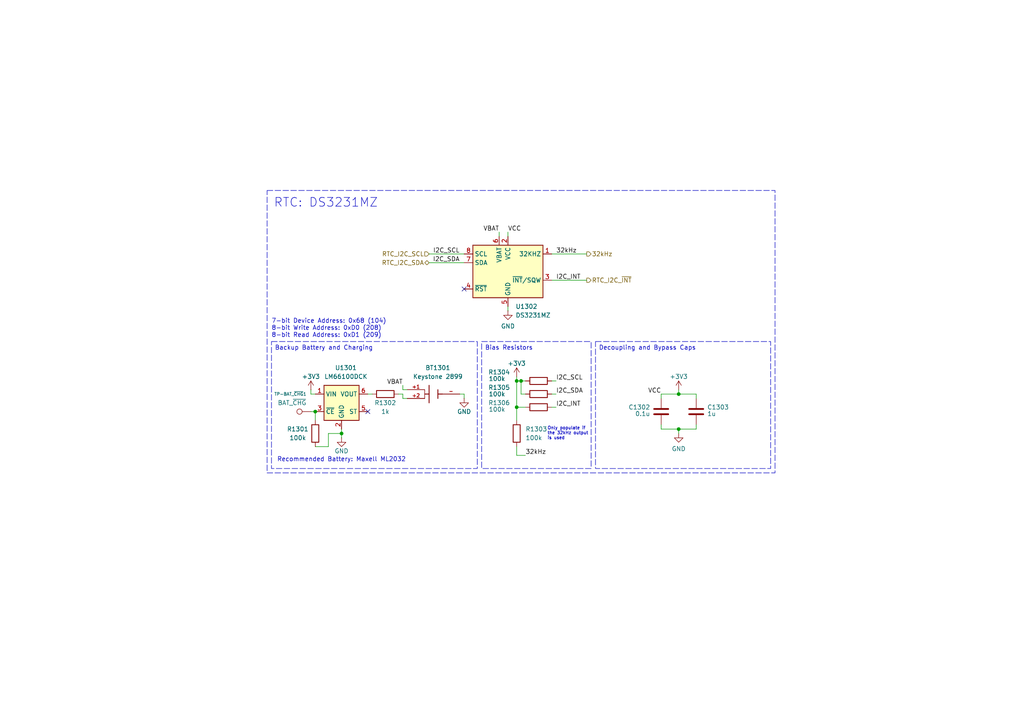
<source format=kicad_sch>
(kicad_sch (version 20231120) (generator "eeschema") (generator_version "8.0")
  (paper "A4")
  (title_block (title "bac MCU MicroMod Main Board Dual Function Single bacBus v1") (date "2025-02-12") (rev "1") (company "Build a CubeSat") (comment 1 "Manuel Imboden") (comment 2 "CC BY-SA 4.0") (comment 3 "https://buildacubesat.space"))
  (lib_symbols
    (symbol "Connector:TestPoint" (pin_numbers hide) (pin_names (offset 0.762) hide)
      (property "Reference" "TP" (at 0 6.858 0))
      (property "Value" "TestPoint" (at 0 5.08 0))
      (symbol "TestPoint_0_1"
        (circle (center 0 3.302) (radius 0.762))
      )
      (symbol "TestPoint_1_1"
        (pin passive line (at 0 0 90) (length 2.54) (name "1") (number "1"))
      )
    )
    (symbol "Device:C" (pin_numbers hide) (pin_names (offset 0.254))
      (property "Reference" "C" (at 0.635 2.54 0))
      (property "Value" "C" (at 0.635 -2.54 0))
      (symbol "C_0_1"
        (polyline (pts (xy -2.032 -0.762) (xy 2.032 -0.762)) (stroke (width 0.508)))
        (polyline (pts (xy -2.032 0.762) (xy 2.032 0.762)) (stroke (width 0.508)))
      )
      (symbol "C_1_1"
        (pin passive line (at 0 3.81 270) (length 2.794) (name "~") (number "1"))
        (pin passive line (at 0 -3.81 90) (length 2.794) (name "~") (number "2"))
      )
    )
    (symbol "Device:R" (pin_numbers hide) (pin_names (offset 0))
      (property "Reference" "R" (at 2.032 0 90))
      (property "Value" "R" (at 0 0 90))
      (symbol "R_0_1"
        (rectangle (start -1.016 -2.54) (end 1.016 2.54) (stroke (width 0.254)))
      )
      (symbol "R_1_1"
        (pin passive line (at 0 3.81 270) (length 1.27) (name "~") (number "1"))
        (pin passive line (at 0 -3.81 90) (length 1.27) (name "~") (number "2"))
      )
    )
    (symbol "Power_Management:LM66100DCK"
      (property "Reference" "U" (at -5.08 6.096 0))
      (property "Value" "LM66100DCK" (at 0.254 -6.35 0))
      (symbol "LM66100DCK_0_1"
        (rectangle (start -5.08 5.08) (end 5.08 -5.08) (stroke (width 0.254)) (fill (type background)))
      )
      (symbol "LM66100DCK_1_1"
        (pin power_in line (at -7.62 2.54 0) (length 2.54) (name "VIN") (number "1"))
        (pin power_in line (at 0 -7.62 90) (length 2.54) (name "GND") (number "2"))
        (pin input line (at -7.62 -2.54 0) (length 2.54) (name "~{CE}") (number "3"))
        (pin no_connect line (at 0 5.08 270) (length 2.54) hide (name "NC") (number "4"))
        (pin open_collector line (at 7.62 -2.54 180) (length 2.54) (name "ST") (number "5"))
        (pin power_out line (at 7.62 2.54 180) (length 2.54) (name "VOUT") (number "6"))
      )
    )
    (symbol "Timer_RTC:DS3231MZ"
      (property "Reference" "U" (at -7.62 8.89 0))
      (property "Value" "DS3231MZ" (at 11.43 8.89 0))
      (symbol "DS3231MZ_0_1"
        (rectangle (start -10.16 7.62) (end 10.16 -7.62) (stroke (width 0.254)) (fill (type background)))
      )
      (symbol "DS3231MZ_1_1"
        (pin open_collector line (at 12.7 5.08 180) (length 2.54) (name "32KHZ") (number "1"))
        (pin power_in line (at 0 10.16 270) (length 2.54) (name "VCC") (number "2"))
        (pin open_collector line (at 12.7 -2.54 180) (length 2.54) (name "~{INT}/SQW") (number "3"))
        (pin bidirectional line (at -12.7 -5.08 0) (length 2.54) (name "~{RST}") (number "4"))
        (pin power_in line (at 0 -10.16 90) (length 2.54) (name "GND") (number "5"))
        (pin power_in line (at -2.54 10.16 270) (length 2.54) (name "VBAT") (number "6"))
        (pin bidirectional line (at -12.7 2.54 0) (length 2.54) (name "SDA") (number "7"))
        (pin input line (at -12.7 5.08 0) (length 2.54) (name "SCL") (number "8"))
      )
    )
    (symbol "bac MicroMod Main Board v1:KEY 2899" (pin_names (offset 1.016))
      (property "Reference" "BT" (at -3.81 3.81 0))
      (property "Value" "Keystone 2899" (at -3.81 -5.08 0))
      (symbol "KEY 2899_0_0"
        (polyline (pts (xy -1.27 0) (xy -2.54 0)) (stroke (width 0.254)))
        (polyline (pts (xy -1.27 0) (xy -1.27 -2.54)) (stroke (width 0.254)))
        (polyline (pts (xy -1.27 2.54) (xy -1.27 0)) (stroke (width 0.254)))
        (polyline (pts (xy 1.27 0) (xy 1.27 -1.27)) (stroke (width 0.254)))
        (polyline (pts (xy 1.27 0) (xy 2.54 0)) (stroke (width 0.254)))
        (polyline (pts (xy 1.27 1.27) (xy 1.27 0)) (stroke (width 0.254)))
      )
      (symbol "KEY 2899_0_1"
        (polyline (pts (xy -2.54 -1.27) (xy -2.54 1.27)))
      )
      (symbol "KEY 2899_1_0"
        (pin passive line (at -7.62 1.27 0) (length 5.08) (name "~") (number "+1"))
        (pin passive line (at -7.62 -1.27 0) (length 5.08) (name "~") (number "+2"))
        (pin passive line (at 7.62 0 180) (length 5.08) (name "~") (number "-"))
      )
    )
    (symbol "power:+3.3V" (power) (pin_numbers hide) (pin_names (offset 0) hide)
      (property "Value" "+3.3V" (at 0 3.556 0))
      (symbol "+3.3V_0_1"
        (polyline (pts (xy -0.762 1.27) (xy 0 2.54)))
        (polyline (pts (xy 0 0) (xy 0 2.54)))
        (polyline (pts (xy 0 2.54) (xy 0.762 1.27)))
      )
      (symbol "+3.3V_1_1"
        (pin power_in line (at 0 0 90) (length 0) (name "~") (number "1"))
      )
    )
    (symbol "power:GND" (power) (pin_numbers hide) (pin_names (offset 0) hide)
      (property "Value" "GND" (at 0 -3.81 0))
      (symbol "GND_0_1"
        (polyline (pts (xy 0 0) (xy 0 -1.27) (xy 1.27 -1.27) (xy 0 -2.54) (xy -1.27 -1.27) (xy 0 -1.27)))
      )
      (symbol "GND_1_1"
        (pin power_in line (at 0 0 270) (length 0) (name "~") (number "1"))
      )
    )
  )
  (junction (at 196.85 114.3))
  (junction (at 151.13 110.49))
  (junction (at 99.06 125.73))
  (junction (at 149.86 118.11))
  (junction (at 149.86 110.49))
  (junction (at 91.44 119.38))
  (junction (at 196.85 124.46))
  (no_connect (at 134.62 83.82))
  (no_connect (at 106.68 119.38))
  (wire (pts (xy 149.86 110.49) (xy 151.13 110.49)))
  (wire (pts (xy 134.62 114.3) (xy 134.62 115.57)))
  (wire (pts (xy 160.02 73.66) (xy 170.18 73.66)))
  (wire (pts (xy 151.13 110.49) (xy 152.4 110.49)))
  (wire (pts (xy 196.85 114.3) (xy 201.93 114.3)))
  (wire (pts (xy 147.32 67.31) (xy 147.32 68.58)))
  (wire (pts (xy 134.62 114.3) (xy 133.35 114.3)))
  (wire (pts (xy 91.44 119.38) (xy 91.44 121.92)))
  (wire (pts (xy 196.85 124.46) (xy 196.85 125.73)))
  (wire (pts (xy 149.86 118.11) (xy 149.86 121.92)))
  (wire (pts (xy 201.93 123.19) (xy 201.93 124.46)))
  (wire (pts (xy 201.93 124.46) (xy 196.85 124.46)))
  (wire (pts (xy 191.77 114.3) (xy 196.85 114.3)))
  (wire (pts (xy 90.17 114.3) (xy 90.17 113.03)))
  (wire (pts (xy 161.29 110.49) (xy 160.02 110.49)))
  (wire (pts (xy 160.02 118.11) (xy 161.29 118.11)))
  (wire (pts (xy 91.44 129.54) (xy 95.25 129.54)))
  (wire (pts (xy 149.86 110.49) (xy 149.86 118.11)))
  (wire (pts (xy 99.06 124.46) (xy 99.06 125.73)))
  (wire (pts (xy 149.86 129.54) (xy 149.86 132.08)))
  (wire (pts (xy 191.77 124.46) (xy 191.77 123.19)))
  (wire (pts (xy 191.77 114.3) (xy 191.77 115.57)))
  (wire (pts (xy 116.84 113.03) (xy 116.84 111.76)))
  (wire (pts (xy 149.86 109.22) (xy 149.86 110.49)))
  (wire (pts (xy 149.86 132.08) (xy 152.4 132.08)))
  (wire (pts (xy 160.02 114.3) (xy 161.29 114.3)))
  (wire (pts (xy 91.44 114.3) (xy 90.17 114.3)))
  (wire (pts (xy 147.32 88.9) (xy 147.32 90.17)))
  (wire (pts (xy 106.68 114.3) (xy 107.95 114.3)))
  (wire (pts (xy 90.17 119.38) (xy 91.44 119.38)))
  (wire (pts (xy 196.85 113.03) (xy 196.85 114.3)))
  (wire (pts (xy 99.06 127) (xy 99.06 125.73)))
  (wire (pts (xy 151.13 114.3) (xy 152.4 114.3)))
  (wire (pts (xy 95.25 125.73) (xy 99.06 125.73)))
  (wire (pts (xy 160.02 81.28) (xy 170.18 81.28)))
  (wire (pts (xy 95.25 129.54) (xy 95.25 125.73)))
  (wire (pts (xy 151.13 110.49) (xy 151.13 114.3)))
  (wire (pts (xy 149.86 118.11) (xy 152.4 118.11)))
  (wire (pts (xy 116.84 114.3) (xy 116.84 115.57)))
  (wire (pts (xy 196.85 124.46) (xy 191.77 124.46)))
  (wire (pts (xy 118.11 113.03) (xy 116.84 113.03)))
  (wire (pts (xy 115.57 114.3) (xy 116.84 114.3)))
  (wire (pts (xy 116.84 115.57) (xy 118.11 115.57)))
  (wire (pts (xy 144.78 67.31) (xy 144.78 68.58)))
  (wire (pts (xy 124.46 76.2) (xy 134.62 76.2)))
  (wire (pts (xy 124.46 73.66) (xy 134.62 73.66)))
  (wire (pts (xy 201.93 114.3) (xy 201.93 115.57)))
  (text_box "Decoupling and Bypass Caps" (at 172.72 99.06 0) (size 50.8 36.83) (stroke (width 0) (type dash)) (effects (font (size 1.27 1.27)) (justify left top)))
  (text_box "Bias Resistors" (at 139.7 99.06 0) (size 31.75 36.83) (stroke (width 0) (type dash)) (effects (font (size 1.27 1.27)) (justify left top)))
  (text_box "Backup Battery and Charging" (at 78.74 99.06 0) (size 59.69 36.83) (stroke (width 0) (type dash)) (effects (font (size 1.27 1.27)) (justify left top)))
  (text_box "RTC: DS3231MZ" (at 77.47 55.245 0) (size 147.32 81.915) (stroke (width 0) (type dash)) (effects (font (size 2.54 2.54)) (justify left top)))
  (text "Only populate if\nthe 32kHz output\nis used" (at 158.75 125.73 0) (effects (font (size 0.889 0.889)) (justify left)))
  (text "Recommended Battery: Maxell ML2032" (at 99.06 133.35 0) (effects (font (size 1.27 1.27))))
  (text "7-bit Device Address: 0x68 (104)\n8-bit Write Address: 0xD0 (208)\n8-bit Read Address: 0xD1 (209)" (at 78.74 95.25 0) (effects (font (size 1.27 1.27)) (justify left)))
  (label "I2C_SDA" (at 161.29 114.3 0))
  (label "32kHz" (at 152.4 132.08 0))
  (label "VCC" (at 147.32 67.31 0))
  (label "VBAT" (at 144.78 67.31 180))
  (label "VBAT" (at 116.84 111.76 180))
  (label "I2C_SDA" (at 133.35 76.2 180))
  (label "32kHz" (at 161.29 73.66 0))
  (label "I2C_INT" (at 161.29 118.11 0))
  (label "I2C_SCL" (at 133.35 73.66 180))
  (label "I2C_INT" (at 161.29 81.28 0))
  (label "VCC" (at 191.77 114.3 180))
  (label "I2C_SCL" (at 161.29 110.49 0))
  (hierarchical_label "RTC_I2C_~{INT}" (shape output) (at 170.18 81.28 0))
  (hierarchical_label "32kHz" (shape output) (at 170.18 73.66 0))
  (hierarchical_label "RTC_I2C_SDA" (shape bidirectional) (at 124.46 76.2 180))
  (hierarchical_label "RTC_I2C_SCL" (shape input) (at 124.46 73.66 180))
  (symbol (lib_id "power:+3.3V") (at 90.17 113.03 0) (unit 1)
    (property "Reference" "#PWR01301" (effects (hide yes)))
    (property "Value" "+3V3" (at 90.17 109.22 0))
    (property "Description" "Power symbol creates a global label with name \"+3.3V\"" (effects (hide yes)))
  )
  (symbol (lib_id "power:GND") (at 99.06 127 0) (unit 1)
    (property "Reference" "#PWR01302" (effects (hide yes)))
    (property "Value" "GND" (at 99.06 130.81 0))
    (property "Description" "Power symbol creates a global label with name \"GND\" , ground" (effects (hide yes)))
  )
  (symbol (lib_id "Device:R") (at 156.21 118.11 270) (mirror x) (unit 1)
    (property "Reference" "R1306" (at 144.78 116.84 90))
    (property "Value" "100k" (at 144.145 118.745 90))
    (property "Footprint" "bac MicroMod Main Board v1:bac-R-0603-100k" (effects (hide yes)))
    (property "Description" "Resistor" (effects (hide yes)))
    (property "Series" "E96" (effects (hide yes)))
  )
  (symbol (lib_id "Device:R") (at 156.21 110.49 270) (mirror x) (unit 1)
    (property "Reference" "R1304" (at 144.78 107.95 90))
    (property "Value" "100k" (at 144.145 109.855 90))
    (property "Footprint" "bac MicroMod Main Board v1:bac-R-0603-100k" (effects (hide yes)))
    (property "Description" "Resistor" (effects (hide yes)))
    (property "Series" "E96" (effects (hide yes)))
  )
  (symbol (lib_id "power:GND") (at 196.85 125.73 0) (unit 1)
    (property "Reference" "#PWR01307" (effects (hide yes)))
    (property "Value" "GND" (at 196.85 130.175 0))
    (property "Description" "Power symbol creates a global label with name \"GND\" , ground" (effects (hide yes)))
  )
  (symbol (lib_id "Device:R") (at 111.76 114.3 90) (unit 1)
    (property "Reference" "R1302" (at 111.76 116.84 90))
    (property "Value" "1k" (at 111.76 119.38 90))
    (property "Footprint" "Resistor_SMD:R_0603_1608Metric" (effects (hide yes)))
    (property "Description" "Resistor" (effects (hide yes)))
    (property "Series" "E96" (effects (hide yes)))
  )
  (symbol (lib_id "power:+3.3V") (at 149.86 109.22 0) (unit 1)
    (property "Reference" "#PWR01305" (effects (hide yes)))
    (property "Value" "+3V3" (at 149.86 105.41 0))
    (property "Description" "Power symbol creates a global label with name \"+3.3V\"" (effects (hide yes)))
  )
  (symbol (lib_id "power:GND") (at 134.62 115.57 0) (unit 1)
    (property "Reference" "#PWR01303" (effects (hide yes)))
    (property "Value" "GND" (at 134.62 119.38 0))
    (property "Description" "Power symbol creates a global label with name \"GND\" , ground" (effects (hide yes)))
  )
  (symbol (lib_id "power:GND") (at 147.32 90.17 0) (unit 1)
    (property "Reference" "#PWR01304" (effects (hide yes)))
    (property "Value" "GND" (at 147.32 94.615 0))
    (property "Description" "Power symbol creates a global label with name \"GND\" , ground" (effects (hide yes)))
  )
  (symbol (lib_id "Device:C") (at 191.77 119.38 0) (mirror y) (unit 1)
    (property "Reference" "C1302" (at 188.595 118.11 0) (effects (justify left)))
    (property "Value" "0.1u" (at 188.595 120.015 0) (effects (justify left)))
    (property "Footprint" "bac MicroMod Main Board v1:bac-C-0603-0.1u" (effects (hide yes)))
    (property "Description" "Unpolarized capacitor" (effects (hide yes)))
    (property "Height" "0.95mm" (effects (hide yes)))
    (property "Rated Voltage" "50V" (effects (hide yes)))
    (property "Temperature Coefficient" "X7R" (effects (hide yes)))
  )
  (symbol (lib_id "Device:R") (at 149.86 125.73 0) (unit 1)
    (property "Reference" "R1303" (at 152.4 124.46 0) (effects (justify left)))
    (property "Value" "100k" (at 152.4 127 0) (effects (justify left)))
    (property "Footprint" "bac MicroMod Main Board v1:bac-R-0603-100k" (effects (hide yes)))
    (property "Description" "Resistor" (effects (hide yes)))
    (property "Series" "E96" (effects (hide yes)))
  )
  (symbol (lib_id "Timer_RTC:DS3231MZ") (at 147.32 78.74 0) (unit 1)
    (property "Reference" "U1302" (at 149.5141 88.9 0) (effects (justify left)))
    (property "Value" "DS3231MZ" (at 149.5141 91.44 0) (effects (justify left)))
    (property "Footprint" "Package_SO:SOIC-8_3.9x4.9mm_P1.27mm" (effects (hide yes)))
    (property "Datasheet" "http://datasheets.maximintegrated.com/en/ds/DS3231M.pdf" (effects (hide yes)))
    (property "Description" "±5ppm, I2C Real-Time Clock SOIC-8" (effects (hide yes)))
    (property "Height" "2mm" (effects (hide yes)))
  )
  (symbol (lib_id "bac MicroMod Main Board v1:KEY 2899") (at 125.73 114.3 0) (unit 1)
    (property "Reference" "BT1301" (at 127 106.68 0))
    (property "Value" "Keystone 2899" (at 127 109.22 0))
    (property "Footprint" "bac MicroMod Main Board v1:KEY-2899" (effects (hide yes)))
    (property "Datasheet" "http://www.keystoneelectronics.net/ENG._DEPT/WEB_ORACLE/PDF/PDF%20CAT%20NO%20DRAWINGS/2000-2999/2899.PDF" (effects (hide yes)))
    (property "Revision" "B" (effects (hide yes)))
    (property "PARTREV" "B" (effects (hide yes)))
    (property "STANDARD" "Manufacturer Recommendations" (effects (hide yes)))
    (property "SNAPEDA_PN" "2899" (effects (hide yes)))
    (property "MAXIMUM_PACKAGE_HEIGHT" "3.43mm" (effects (hide yes)))
    (property "MANUFACTURER" "Keystone Electronics" (effects (hide yes)))
  )
  (symbol (lib_id "Power_Management:LM66100DCK") (at 99.06 116.84 0) (unit 1)
    (property "Reference" "U1301" (at 100.33 106.68 0))
    (property "Value" "LM66100DCK" (at 100.33 109.22 0))
    (property "Footprint" "Package_TO_SOT_SMD:SOT-363_SC-70-6" (effects (hide yes)))
    (property "Datasheet" "https://www.ti.com/lit/ds/symlink/lm66100.pdf" (effects (hide yes)))
    (property "Description" "Ideal Diode With Input Polarity Protection 1.5 - 5.5V  Input Voltage, 1.5A Output Current, Ron 141 mOhm, SC-70-6" (effects (hide yes)))
  )
  (symbol (lib_id "Device:C") (at 201.93 119.38 0) (unit 1)
    (property "Reference" "C1303" (at 205.105 118.11 0) (effects (justify left)))
    (property "Value" "1u" (at 205.105 120.015 0) (effects (justify left)))
    (property "Footprint" "bac MicroMod Main Board v1:bac-C-0603-1u" (effects (hide yes)))
    (property "Description" "Unpolarized capacitor" (effects (hide yes)))
    (property "Rated Voltage" "35V" (effects (hide yes)))
    (property "Temperature Coefficient" "X7R" (effects (hide yes)))
  )
  (symbol (lib_id "Connector:TestPoint") (at 90.17 119.38 90) (unit 1)
    (property "Reference" "TP-BAT_~{CHG}1" (at 88.9 114.3 90) (effects (font (size 0.889 0.889)) (justify left)))
    (property "Value" "BAT_~{CHG}" (at 88.9 116.84 90) (effects (justify left)))
    (property "Footprint" "TestPoint:TestPoint_Pad_D1.0mm" (effects (hide yes)))
    (property "Description" "Test Point" (effects (hide yes)))
  )
  (symbol (lib_id "Device:R") (at 156.21 114.3 270) (mirror x) (unit 1)
    (property "Reference" "R1305" (at 144.78 112.395 90))
    (property "Value" "100k" (at 144.145 114.3 90))
    (property "Footprint" "bac MicroMod Main Board v1:bac-R-0603-100k" (effects (hide yes)))
    (property "Description" "Resistor" (effects (hide yes)))
    (property "Series" "E96" (effects (hide yes)))
  )
  (symbol (lib_id "power:+3.3V") (at 196.85 113.03 0) (unit 1)
    (property "Reference" "#PWR01306" (effects (hide yes)))
    (property "Value" "+3V3" (at 196.85 109.22 0))
    (property "Description" "Power symbol creates a global label with name \"+3.3V\"" (effects (hide yes)))
  )
  (symbol (lib_id "Device:R") (at 91.44 125.73 0) (unit 1)
    (property "Reference" "R1301" (at 86.36 124.46 0))
    (property "Value" "100k" (at 86.36 127 0))
    (property "Footprint" "bac MicroMod Main Board v1:bac-R-0603-100k" (effects (hide yes)))
    (property "Description" "Resistor" (effects (hide yes)))
    (property "Series" "E96" (effects (hide yes)))
  )
)
</source>
